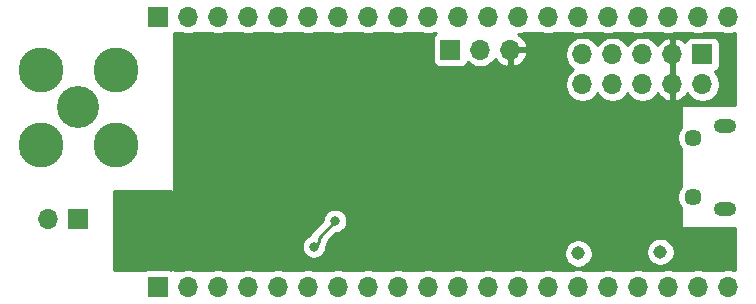
<source format=gbl>
G04 #@! TF.GenerationSoftware,KiCad,Pcbnew,(5.1.5-0)*
G04 #@! TF.CreationDate,2020-02-13T07:59:00-05:00*
G04 #@! TF.ProjectId,bfunc,6266756e-632e-46b6-9963-61645f706362,rev?*
G04 #@! TF.SameCoordinates,Original*
G04 #@! TF.FileFunction,Copper,L2,Bot*
G04 #@! TF.FilePolarity,Positive*
%FSLAX46Y46*%
G04 Gerber Fmt 4.6, Leading zero omitted, Abs format (unit mm)*
G04 Created by KiCad (PCBNEW (5.1.5-0)) date 2020-02-13 07:59:00*
%MOMM*%
%LPD*%
G04 APERTURE LIST*
%ADD10C,3.810000*%
%ADD11C,3.556000*%
%ADD12R,1.700000X1.700000*%
%ADD13O,1.700000X1.700000*%
%ADD14C,1.450000*%
%ADD15O,1.900000X1.200000*%
%ADD16C,1.143000*%
%ADD17C,0.800000*%
%ADD18C,0.250000*%
%ADD19C,0.254000*%
G04 APERTURE END LIST*
D10*
X147548600Y-65455800D03*
D11*
X150723600Y-68630800D03*
D10*
X153898600Y-65455800D03*
X147548600Y-71805800D03*
X153898600Y-71805800D03*
D12*
X182245000Y-63754000D03*
D13*
X184785000Y-63754000D03*
X187325000Y-63754000D03*
D14*
X202811400Y-76221640D03*
X202811400Y-71221640D03*
D15*
X205511400Y-77221640D03*
X205511400Y-70221640D03*
D12*
X157480000Y-83820000D03*
D13*
X160020000Y-83820000D03*
X162560000Y-83820000D03*
X165100000Y-83820000D03*
X167640000Y-83820000D03*
X170180000Y-83820000D03*
X172720000Y-83820000D03*
X175260000Y-83820000D03*
X177800000Y-83820000D03*
X180340000Y-83820000D03*
X182880000Y-83820000D03*
X185420000Y-83820000D03*
X187960000Y-83820000D03*
X190500000Y-83820000D03*
X193040000Y-83820000D03*
X195580000Y-83820000D03*
X198120000Y-83820000D03*
X200660000Y-83820000D03*
X203200000Y-83820000D03*
X205740000Y-83820000D03*
X205740000Y-60960000D03*
X203200000Y-60960000D03*
X200660000Y-60960000D03*
X198120000Y-60960000D03*
X195580000Y-60960000D03*
X193040000Y-60960000D03*
X190500000Y-60960000D03*
X187960000Y-60960000D03*
X185420000Y-60960000D03*
X182880000Y-60960000D03*
X180340000Y-60960000D03*
X177800000Y-60960000D03*
X175260000Y-60960000D03*
X172720000Y-60960000D03*
X170180000Y-60960000D03*
X167640000Y-60960000D03*
X165100000Y-60960000D03*
X162560000Y-60960000D03*
X160020000Y-60960000D03*
D12*
X157480000Y-60960000D03*
D16*
X200025000Y-80860900D03*
X193080640Y-81003140D03*
D12*
X150749000Y-78117700D03*
D13*
X148209000Y-78117700D03*
D12*
X203593700Y-64147700D03*
D13*
X203593700Y-66687700D03*
X201053700Y-64147700D03*
X201053700Y-66687700D03*
X198513700Y-64147700D03*
X198513700Y-66687700D03*
X195973700Y-64147700D03*
X195973700Y-66687700D03*
X193433700Y-64147700D03*
X193433700Y-66687700D03*
D17*
X199364600Y-72420480D03*
X184236360Y-67426840D03*
X183078120Y-75463400D03*
X162600640Y-75905360D03*
X198247000Y-72501760D03*
X179049680Y-69113400D03*
X177154840Y-69113400D03*
X173923960Y-71008240D03*
X175432720Y-63263780D03*
X158150133Y-80091707D03*
X161340800Y-77703680D03*
X198805800Y-75496420D03*
X186390280Y-80558640D03*
X165709600Y-63601600D03*
X165528485Y-65842416D03*
X165519100Y-68465700D03*
X194398900Y-75399900D03*
X188048900Y-73774300D03*
X170688000Y-80429100D03*
X172504100Y-78244700D03*
D18*
X171087999Y-80029101D02*
X171087999Y-79660801D01*
X170688000Y-80429100D02*
X171087999Y-80029101D01*
X171087999Y-79660801D02*
X172504100Y-78244700D01*
D19*
G36*
X159586842Y-62387932D02*
G01*
X159873740Y-62445000D01*
X160166260Y-62445000D01*
X160453158Y-62387932D01*
X160527835Y-62357000D01*
X162052165Y-62357000D01*
X162126842Y-62387932D01*
X162413740Y-62445000D01*
X162706260Y-62445000D01*
X162993158Y-62387932D01*
X163067835Y-62357000D01*
X164592165Y-62357000D01*
X164666842Y-62387932D01*
X164953740Y-62445000D01*
X165246260Y-62445000D01*
X165533158Y-62387932D01*
X165607835Y-62357000D01*
X167132165Y-62357000D01*
X167206842Y-62387932D01*
X167493740Y-62445000D01*
X167786260Y-62445000D01*
X168073158Y-62387932D01*
X168147835Y-62357000D01*
X169672165Y-62357000D01*
X169746842Y-62387932D01*
X170033740Y-62445000D01*
X170326260Y-62445000D01*
X170613158Y-62387932D01*
X170687835Y-62357000D01*
X172212165Y-62357000D01*
X172286842Y-62387932D01*
X172573740Y-62445000D01*
X172866260Y-62445000D01*
X173153158Y-62387932D01*
X173227835Y-62357000D01*
X174752165Y-62357000D01*
X174826842Y-62387932D01*
X175113740Y-62445000D01*
X175406260Y-62445000D01*
X175693158Y-62387932D01*
X175767835Y-62357000D01*
X177292165Y-62357000D01*
X177366842Y-62387932D01*
X177653740Y-62445000D01*
X177946260Y-62445000D01*
X178233158Y-62387932D01*
X178307835Y-62357000D01*
X179832165Y-62357000D01*
X179906842Y-62387932D01*
X180193740Y-62445000D01*
X180486260Y-62445000D01*
X180773158Y-62387932D01*
X180847835Y-62357000D01*
X181071306Y-62357000D01*
X181040506Y-62373463D01*
X180943815Y-62452815D01*
X180864463Y-62549506D01*
X180805498Y-62659820D01*
X180769188Y-62779518D01*
X180756928Y-62904000D01*
X180756928Y-64604000D01*
X180769188Y-64728482D01*
X180805498Y-64848180D01*
X180864463Y-64958494D01*
X180943815Y-65055185D01*
X181040506Y-65134537D01*
X181150820Y-65193502D01*
X181270518Y-65229812D01*
X181395000Y-65242072D01*
X183095000Y-65242072D01*
X183219482Y-65229812D01*
X183339180Y-65193502D01*
X183449494Y-65134537D01*
X183546185Y-65055185D01*
X183625537Y-64958494D01*
X183684502Y-64848180D01*
X183706513Y-64775620D01*
X183838368Y-64907475D01*
X184081589Y-65069990D01*
X184351842Y-65181932D01*
X184638740Y-65239000D01*
X184931260Y-65239000D01*
X185218158Y-65181932D01*
X185488411Y-65069990D01*
X185731632Y-64907475D01*
X185938475Y-64700632D01*
X186060195Y-64518466D01*
X186129822Y-64635355D01*
X186324731Y-64851588D01*
X186558080Y-65025641D01*
X186820901Y-65150825D01*
X186968110Y-65195476D01*
X187198000Y-65074155D01*
X187198000Y-63881000D01*
X187452000Y-63881000D01*
X187452000Y-65074155D01*
X187681890Y-65195476D01*
X187829099Y-65150825D01*
X188091920Y-65025641D01*
X188325269Y-64851588D01*
X188520178Y-64635355D01*
X188669157Y-64385252D01*
X188766481Y-64110891D01*
X188709032Y-64001440D01*
X191948700Y-64001440D01*
X191948700Y-64293960D01*
X192005768Y-64580858D01*
X192117710Y-64851111D01*
X192280225Y-65094332D01*
X192487068Y-65301175D01*
X192661460Y-65417700D01*
X192487068Y-65534225D01*
X192280225Y-65741068D01*
X192117710Y-65984289D01*
X192005768Y-66254542D01*
X191948700Y-66541440D01*
X191948700Y-66833960D01*
X192005768Y-67120858D01*
X192117710Y-67391111D01*
X192280225Y-67634332D01*
X192487068Y-67841175D01*
X192730289Y-68003690D01*
X193000542Y-68115632D01*
X193287440Y-68172700D01*
X193579960Y-68172700D01*
X193866858Y-68115632D01*
X194137111Y-68003690D01*
X194380332Y-67841175D01*
X194587175Y-67634332D01*
X194703700Y-67459940D01*
X194820225Y-67634332D01*
X195027068Y-67841175D01*
X195270289Y-68003690D01*
X195540542Y-68115632D01*
X195827440Y-68172700D01*
X196119960Y-68172700D01*
X196406858Y-68115632D01*
X196677111Y-68003690D01*
X196920332Y-67841175D01*
X197127175Y-67634332D01*
X197243700Y-67459940D01*
X197360225Y-67634332D01*
X197567068Y-67841175D01*
X197810289Y-68003690D01*
X198080542Y-68115632D01*
X198367440Y-68172700D01*
X198659960Y-68172700D01*
X198946858Y-68115632D01*
X199217111Y-68003690D01*
X199460332Y-67841175D01*
X199667175Y-67634332D01*
X199788895Y-67452166D01*
X199858522Y-67569055D01*
X200053431Y-67785288D01*
X200286780Y-67959341D01*
X200549601Y-68084525D01*
X200696810Y-68129176D01*
X200926700Y-68007855D01*
X200926700Y-66814700D01*
X200906700Y-66814700D01*
X200906700Y-66560700D01*
X200926700Y-66560700D01*
X200926700Y-64274700D01*
X200906700Y-64274700D01*
X200906700Y-64020700D01*
X200926700Y-64020700D01*
X200926700Y-62827545D01*
X201180700Y-62827545D01*
X201180700Y-64020700D01*
X201200700Y-64020700D01*
X201200700Y-64274700D01*
X201180700Y-64274700D01*
X201180700Y-66560700D01*
X201200700Y-66560700D01*
X201200700Y-66814700D01*
X201180700Y-66814700D01*
X201180700Y-68007855D01*
X201410590Y-68129176D01*
X201557799Y-68084525D01*
X201820620Y-67959341D01*
X202053969Y-67785288D01*
X202248878Y-67569055D01*
X202318505Y-67452166D01*
X202440225Y-67634332D01*
X202647068Y-67841175D01*
X202890289Y-68003690D01*
X203160542Y-68115632D01*
X203447440Y-68172700D01*
X203739960Y-68172700D01*
X204026858Y-68115632D01*
X204297111Y-68003690D01*
X204540332Y-67841175D01*
X204747175Y-67634332D01*
X204909690Y-67391111D01*
X205021632Y-67120858D01*
X205078700Y-66833960D01*
X205078700Y-66541440D01*
X205021632Y-66254542D01*
X204909690Y-65984289D01*
X204747175Y-65741068D01*
X204615320Y-65609213D01*
X204687880Y-65587202D01*
X204798194Y-65528237D01*
X204894885Y-65448885D01*
X204974237Y-65352194D01*
X205033202Y-65241880D01*
X205069512Y-65122182D01*
X205081772Y-64997700D01*
X205081772Y-63297700D01*
X205069512Y-63173218D01*
X205033202Y-63053520D01*
X204974237Y-62943206D01*
X204894885Y-62846515D01*
X204798194Y-62767163D01*
X204687880Y-62708198D01*
X204568182Y-62671888D01*
X204443700Y-62659628D01*
X202743700Y-62659628D01*
X202619218Y-62671888D01*
X202499520Y-62708198D01*
X202389206Y-62767163D01*
X202292515Y-62846515D01*
X202213163Y-62943206D01*
X202154198Y-63053520D01*
X202129734Y-63134166D01*
X202053969Y-63050112D01*
X201820620Y-62876059D01*
X201557799Y-62750875D01*
X201410590Y-62706224D01*
X201180700Y-62827545D01*
X200926700Y-62827545D01*
X200696810Y-62706224D01*
X200549601Y-62750875D01*
X200286780Y-62876059D01*
X200053431Y-63050112D01*
X199858522Y-63266345D01*
X199788895Y-63383234D01*
X199667175Y-63201068D01*
X199460332Y-62994225D01*
X199217111Y-62831710D01*
X198946858Y-62719768D01*
X198659960Y-62662700D01*
X198367440Y-62662700D01*
X198080542Y-62719768D01*
X197810289Y-62831710D01*
X197567068Y-62994225D01*
X197360225Y-63201068D01*
X197243700Y-63375460D01*
X197127175Y-63201068D01*
X196920332Y-62994225D01*
X196677111Y-62831710D01*
X196406858Y-62719768D01*
X196119960Y-62662700D01*
X195827440Y-62662700D01*
X195540542Y-62719768D01*
X195270289Y-62831710D01*
X195027068Y-62994225D01*
X194820225Y-63201068D01*
X194703700Y-63375460D01*
X194587175Y-63201068D01*
X194380332Y-62994225D01*
X194137111Y-62831710D01*
X193866858Y-62719768D01*
X193579960Y-62662700D01*
X193287440Y-62662700D01*
X193000542Y-62719768D01*
X192730289Y-62831710D01*
X192487068Y-62994225D01*
X192280225Y-63201068D01*
X192117710Y-63444289D01*
X192005768Y-63714542D01*
X191948700Y-64001440D01*
X188709032Y-64001440D01*
X188645814Y-63881000D01*
X187452000Y-63881000D01*
X187198000Y-63881000D01*
X187178000Y-63881000D01*
X187178000Y-63627000D01*
X187198000Y-63627000D01*
X187198000Y-63607000D01*
X187452000Y-63607000D01*
X187452000Y-63627000D01*
X188645814Y-63627000D01*
X188766481Y-63397109D01*
X188669157Y-63122748D01*
X188520178Y-62872645D01*
X188325269Y-62656412D01*
X188091920Y-62482359D01*
X188013486Y-62445000D01*
X188106260Y-62445000D01*
X188393158Y-62387932D01*
X188467835Y-62357000D01*
X189992165Y-62357000D01*
X190066842Y-62387932D01*
X190353740Y-62445000D01*
X190646260Y-62445000D01*
X190933158Y-62387932D01*
X191007835Y-62357000D01*
X192532165Y-62357000D01*
X192606842Y-62387932D01*
X192893740Y-62445000D01*
X193186260Y-62445000D01*
X193473158Y-62387932D01*
X193547835Y-62357000D01*
X195072165Y-62357000D01*
X195146842Y-62387932D01*
X195433740Y-62445000D01*
X195726260Y-62445000D01*
X196013158Y-62387932D01*
X196087835Y-62357000D01*
X197612165Y-62357000D01*
X197686842Y-62387932D01*
X197973740Y-62445000D01*
X198266260Y-62445000D01*
X198553158Y-62387932D01*
X198627835Y-62357000D01*
X200152165Y-62357000D01*
X200226842Y-62387932D01*
X200513740Y-62445000D01*
X200806260Y-62445000D01*
X201093158Y-62387932D01*
X201167835Y-62357000D01*
X202692165Y-62357000D01*
X202766842Y-62387932D01*
X203053740Y-62445000D01*
X203346260Y-62445000D01*
X203633158Y-62387932D01*
X203707835Y-62357000D01*
X205232165Y-62357000D01*
X205306842Y-62387932D01*
X205593740Y-62445000D01*
X205886260Y-62445000D01*
X206173158Y-62387932D01*
X206247835Y-62357000D01*
X206350000Y-62357000D01*
X206350000Y-68453000D01*
X201930000Y-68453000D01*
X201905224Y-68455440D01*
X201881399Y-68462667D01*
X201859443Y-68474403D01*
X201840197Y-68490197D01*
X201824403Y-68509443D01*
X201812667Y-68531399D01*
X201805440Y-68555224D01*
X201803000Y-68580000D01*
X201803000Y-70306710D01*
X201755019Y-70354691D01*
X201606184Y-70577439D01*
X201503664Y-70824943D01*
X201451400Y-71087692D01*
X201451400Y-71355588D01*
X201503664Y-71618337D01*
X201606184Y-71865841D01*
X201755019Y-72088589D01*
X201803000Y-72136570D01*
X201803000Y-75306710D01*
X201755019Y-75354691D01*
X201606184Y-75577439D01*
X201503664Y-75824943D01*
X201451400Y-76087692D01*
X201451400Y-76355588D01*
X201503664Y-76618337D01*
X201606184Y-76865841D01*
X201755019Y-77088589D01*
X201803000Y-77136570D01*
X201803000Y-78740000D01*
X201805440Y-78764776D01*
X201812667Y-78788601D01*
X201824403Y-78810557D01*
X201840197Y-78829803D01*
X201859443Y-78845597D01*
X201881399Y-78857333D01*
X201905224Y-78864560D01*
X201930000Y-78867000D01*
X206350001Y-78867000D01*
X206350001Y-82423000D01*
X206247835Y-82423000D01*
X206173158Y-82392068D01*
X205886260Y-82335000D01*
X205593740Y-82335000D01*
X205306842Y-82392068D01*
X205232165Y-82423000D01*
X203707835Y-82423000D01*
X203633158Y-82392068D01*
X203346260Y-82335000D01*
X203053740Y-82335000D01*
X202766842Y-82392068D01*
X202692165Y-82423000D01*
X201167835Y-82423000D01*
X201093158Y-82392068D01*
X200806260Y-82335000D01*
X200513740Y-82335000D01*
X200226842Y-82392068D01*
X200152165Y-82423000D01*
X198627835Y-82423000D01*
X198553158Y-82392068D01*
X198266260Y-82335000D01*
X197973740Y-82335000D01*
X197686842Y-82392068D01*
X197612165Y-82423000D01*
X196087835Y-82423000D01*
X196013158Y-82392068D01*
X195726260Y-82335000D01*
X195433740Y-82335000D01*
X195146842Y-82392068D01*
X195072165Y-82423000D01*
X193547835Y-82423000D01*
X193473158Y-82392068D01*
X193186260Y-82335000D01*
X192893740Y-82335000D01*
X192606842Y-82392068D01*
X192532165Y-82423000D01*
X191007835Y-82423000D01*
X190933158Y-82392068D01*
X190646260Y-82335000D01*
X190353740Y-82335000D01*
X190066842Y-82392068D01*
X189992165Y-82423000D01*
X188467835Y-82423000D01*
X188393158Y-82392068D01*
X188106260Y-82335000D01*
X187813740Y-82335000D01*
X187526842Y-82392068D01*
X187452165Y-82423000D01*
X185927835Y-82423000D01*
X185853158Y-82392068D01*
X185566260Y-82335000D01*
X185273740Y-82335000D01*
X184986842Y-82392068D01*
X184912165Y-82423000D01*
X183387835Y-82423000D01*
X183313158Y-82392068D01*
X183026260Y-82335000D01*
X182733740Y-82335000D01*
X182446842Y-82392068D01*
X182372165Y-82423000D01*
X180847835Y-82423000D01*
X180773158Y-82392068D01*
X180486260Y-82335000D01*
X180193740Y-82335000D01*
X179906842Y-82392068D01*
X179832165Y-82423000D01*
X178307835Y-82423000D01*
X178233158Y-82392068D01*
X177946260Y-82335000D01*
X177653740Y-82335000D01*
X177366842Y-82392068D01*
X177292165Y-82423000D01*
X175767835Y-82423000D01*
X175693158Y-82392068D01*
X175406260Y-82335000D01*
X175113740Y-82335000D01*
X174826842Y-82392068D01*
X174752165Y-82423000D01*
X173227835Y-82423000D01*
X173153158Y-82392068D01*
X172866260Y-82335000D01*
X172573740Y-82335000D01*
X172286842Y-82392068D01*
X172212165Y-82423000D01*
X170687835Y-82423000D01*
X170613158Y-82392068D01*
X170326260Y-82335000D01*
X170033740Y-82335000D01*
X169746842Y-82392068D01*
X169672165Y-82423000D01*
X168147835Y-82423000D01*
X168073158Y-82392068D01*
X167786260Y-82335000D01*
X167493740Y-82335000D01*
X167206842Y-82392068D01*
X167132165Y-82423000D01*
X165607835Y-82423000D01*
X165533158Y-82392068D01*
X165246260Y-82335000D01*
X164953740Y-82335000D01*
X164666842Y-82392068D01*
X164592165Y-82423000D01*
X163067835Y-82423000D01*
X162993158Y-82392068D01*
X162706260Y-82335000D01*
X162413740Y-82335000D01*
X162126842Y-82392068D01*
X162052165Y-82423000D01*
X160527835Y-82423000D01*
X160453158Y-82392068D01*
X160166260Y-82335000D01*
X159873740Y-82335000D01*
X159586842Y-82392068D01*
X159512165Y-82423000D01*
X158877000Y-82423000D01*
X158877000Y-80327161D01*
X169653000Y-80327161D01*
X169653000Y-80531039D01*
X169692774Y-80730998D01*
X169770795Y-80919356D01*
X169884063Y-81088874D01*
X170028226Y-81233037D01*
X170197744Y-81346305D01*
X170386102Y-81424326D01*
X170586061Y-81464100D01*
X170789939Y-81464100D01*
X170989898Y-81424326D01*
X171178256Y-81346305D01*
X171347774Y-81233037D01*
X171491937Y-81088874D01*
X171605205Y-80919356D01*
X171619721Y-80884310D01*
X191874140Y-80884310D01*
X191874140Y-81121970D01*
X191920505Y-81355063D01*
X192011453Y-81574632D01*
X192143490Y-81772239D01*
X192311541Y-81940290D01*
X192509148Y-82072327D01*
X192728717Y-82163275D01*
X192961810Y-82209640D01*
X193199470Y-82209640D01*
X193432563Y-82163275D01*
X193652132Y-82072327D01*
X193849739Y-81940290D01*
X194017790Y-81772239D01*
X194149827Y-81574632D01*
X194240775Y-81355063D01*
X194287140Y-81121970D01*
X194287140Y-80884310D01*
X194258847Y-80742070D01*
X198818500Y-80742070D01*
X198818500Y-80979730D01*
X198864865Y-81212823D01*
X198955813Y-81432392D01*
X199087850Y-81629999D01*
X199255901Y-81798050D01*
X199453508Y-81930087D01*
X199673077Y-82021035D01*
X199906170Y-82067400D01*
X200143830Y-82067400D01*
X200376923Y-82021035D01*
X200596492Y-81930087D01*
X200794099Y-81798050D01*
X200962150Y-81629999D01*
X201094187Y-81432392D01*
X201185135Y-81212823D01*
X201231500Y-80979730D01*
X201231500Y-80742070D01*
X201185135Y-80508977D01*
X201094187Y-80289408D01*
X200962150Y-80091801D01*
X200794099Y-79923750D01*
X200596492Y-79791713D01*
X200376923Y-79700765D01*
X200143830Y-79654400D01*
X199906170Y-79654400D01*
X199673077Y-79700765D01*
X199453508Y-79791713D01*
X199255901Y-79923750D01*
X199087850Y-80091801D01*
X198955813Y-80289408D01*
X198864865Y-80508977D01*
X198818500Y-80742070D01*
X194258847Y-80742070D01*
X194240775Y-80651217D01*
X194149827Y-80431648D01*
X194017790Y-80234041D01*
X193849739Y-80065990D01*
X193652132Y-79933953D01*
X193432563Y-79843005D01*
X193199470Y-79796640D01*
X192961810Y-79796640D01*
X192728717Y-79843005D01*
X192509148Y-79933953D01*
X192311541Y-80065990D01*
X192143490Y-80234041D01*
X192011453Y-80431648D01*
X191920505Y-80651217D01*
X191874140Y-80884310D01*
X171619721Y-80884310D01*
X171683226Y-80730998D01*
X171723000Y-80531039D01*
X171723000Y-80453326D01*
X171793545Y-80321348D01*
X171837002Y-80178087D01*
X171847999Y-80066434D01*
X171847999Y-80066424D01*
X171851675Y-80029102D01*
X171847999Y-79991779D01*
X171847999Y-79975602D01*
X172543902Y-79279700D01*
X172606039Y-79279700D01*
X172805998Y-79239926D01*
X172994356Y-79161905D01*
X173163874Y-79048637D01*
X173308037Y-78904474D01*
X173421305Y-78734956D01*
X173499326Y-78546598D01*
X173539100Y-78346639D01*
X173539100Y-78142761D01*
X173499326Y-77942802D01*
X173421305Y-77754444D01*
X173308037Y-77584926D01*
X173163874Y-77440763D01*
X172994356Y-77327495D01*
X172805998Y-77249474D01*
X172606039Y-77209700D01*
X172402161Y-77209700D01*
X172202202Y-77249474D01*
X172013844Y-77327495D01*
X171844326Y-77440763D01*
X171700163Y-77584926D01*
X171586895Y-77754444D01*
X171508874Y-77942802D01*
X171469100Y-78142761D01*
X171469100Y-78204898D01*
X170577000Y-79096999D01*
X170547998Y-79120800D01*
X170453025Y-79236525D01*
X170382453Y-79368554D01*
X170359267Y-79444990D01*
X170197744Y-79511895D01*
X170028226Y-79625163D01*
X169884063Y-79769326D01*
X169770795Y-79938844D01*
X169692774Y-80127202D01*
X169653000Y-80327161D01*
X158877000Y-80327161D01*
X158877000Y-62357000D01*
X159512165Y-62357000D01*
X159586842Y-62387932D01*
G37*
X159586842Y-62387932D02*
X159873740Y-62445000D01*
X160166260Y-62445000D01*
X160453158Y-62387932D01*
X160527835Y-62357000D01*
X162052165Y-62357000D01*
X162126842Y-62387932D01*
X162413740Y-62445000D01*
X162706260Y-62445000D01*
X162993158Y-62387932D01*
X163067835Y-62357000D01*
X164592165Y-62357000D01*
X164666842Y-62387932D01*
X164953740Y-62445000D01*
X165246260Y-62445000D01*
X165533158Y-62387932D01*
X165607835Y-62357000D01*
X167132165Y-62357000D01*
X167206842Y-62387932D01*
X167493740Y-62445000D01*
X167786260Y-62445000D01*
X168073158Y-62387932D01*
X168147835Y-62357000D01*
X169672165Y-62357000D01*
X169746842Y-62387932D01*
X170033740Y-62445000D01*
X170326260Y-62445000D01*
X170613158Y-62387932D01*
X170687835Y-62357000D01*
X172212165Y-62357000D01*
X172286842Y-62387932D01*
X172573740Y-62445000D01*
X172866260Y-62445000D01*
X173153158Y-62387932D01*
X173227835Y-62357000D01*
X174752165Y-62357000D01*
X174826842Y-62387932D01*
X175113740Y-62445000D01*
X175406260Y-62445000D01*
X175693158Y-62387932D01*
X175767835Y-62357000D01*
X177292165Y-62357000D01*
X177366842Y-62387932D01*
X177653740Y-62445000D01*
X177946260Y-62445000D01*
X178233158Y-62387932D01*
X178307835Y-62357000D01*
X179832165Y-62357000D01*
X179906842Y-62387932D01*
X180193740Y-62445000D01*
X180486260Y-62445000D01*
X180773158Y-62387932D01*
X180847835Y-62357000D01*
X181071306Y-62357000D01*
X181040506Y-62373463D01*
X180943815Y-62452815D01*
X180864463Y-62549506D01*
X180805498Y-62659820D01*
X180769188Y-62779518D01*
X180756928Y-62904000D01*
X180756928Y-64604000D01*
X180769188Y-64728482D01*
X180805498Y-64848180D01*
X180864463Y-64958494D01*
X180943815Y-65055185D01*
X181040506Y-65134537D01*
X181150820Y-65193502D01*
X181270518Y-65229812D01*
X181395000Y-65242072D01*
X183095000Y-65242072D01*
X183219482Y-65229812D01*
X183339180Y-65193502D01*
X183449494Y-65134537D01*
X183546185Y-65055185D01*
X183625537Y-64958494D01*
X183684502Y-64848180D01*
X183706513Y-64775620D01*
X183838368Y-64907475D01*
X184081589Y-65069990D01*
X184351842Y-65181932D01*
X184638740Y-65239000D01*
X184931260Y-65239000D01*
X185218158Y-65181932D01*
X185488411Y-65069990D01*
X185731632Y-64907475D01*
X185938475Y-64700632D01*
X186060195Y-64518466D01*
X186129822Y-64635355D01*
X186324731Y-64851588D01*
X186558080Y-65025641D01*
X186820901Y-65150825D01*
X186968110Y-65195476D01*
X187198000Y-65074155D01*
X187198000Y-63881000D01*
X187452000Y-63881000D01*
X187452000Y-65074155D01*
X187681890Y-65195476D01*
X187829099Y-65150825D01*
X188091920Y-65025641D01*
X188325269Y-64851588D01*
X188520178Y-64635355D01*
X188669157Y-64385252D01*
X188766481Y-64110891D01*
X188709032Y-64001440D01*
X191948700Y-64001440D01*
X191948700Y-64293960D01*
X192005768Y-64580858D01*
X192117710Y-64851111D01*
X192280225Y-65094332D01*
X192487068Y-65301175D01*
X192661460Y-65417700D01*
X192487068Y-65534225D01*
X192280225Y-65741068D01*
X192117710Y-65984289D01*
X192005768Y-66254542D01*
X191948700Y-66541440D01*
X191948700Y-66833960D01*
X192005768Y-67120858D01*
X192117710Y-67391111D01*
X192280225Y-67634332D01*
X192487068Y-67841175D01*
X192730289Y-68003690D01*
X193000542Y-68115632D01*
X193287440Y-68172700D01*
X193579960Y-68172700D01*
X193866858Y-68115632D01*
X194137111Y-68003690D01*
X194380332Y-67841175D01*
X194587175Y-67634332D01*
X194703700Y-67459940D01*
X194820225Y-67634332D01*
X195027068Y-67841175D01*
X195270289Y-68003690D01*
X195540542Y-68115632D01*
X195827440Y-68172700D01*
X196119960Y-68172700D01*
X196406858Y-68115632D01*
X196677111Y-68003690D01*
X196920332Y-67841175D01*
X197127175Y-67634332D01*
X197243700Y-67459940D01*
X197360225Y-67634332D01*
X197567068Y-67841175D01*
X197810289Y-68003690D01*
X198080542Y-68115632D01*
X198367440Y-68172700D01*
X198659960Y-68172700D01*
X198946858Y-68115632D01*
X199217111Y-68003690D01*
X199460332Y-67841175D01*
X199667175Y-67634332D01*
X199788895Y-67452166D01*
X199858522Y-67569055D01*
X200053431Y-67785288D01*
X200286780Y-67959341D01*
X200549601Y-68084525D01*
X200696810Y-68129176D01*
X200926700Y-68007855D01*
X200926700Y-66814700D01*
X200906700Y-66814700D01*
X200906700Y-66560700D01*
X200926700Y-66560700D01*
X200926700Y-64274700D01*
X200906700Y-64274700D01*
X200906700Y-64020700D01*
X200926700Y-64020700D01*
X200926700Y-62827545D01*
X201180700Y-62827545D01*
X201180700Y-64020700D01*
X201200700Y-64020700D01*
X201200700Y-64274700D01*
X201180700Y-64274700D01*
X201180700Y-66560700D01*
X201200700Y-66560700D01*
X201200700Y-66814700D01*
X201180700Y-66814700D01*
X201180700Y-68007855D01*
X201410590Y-68129176D01*
X201557799Y-68084525D01*
X201820620Y-67959341D01*
X202053969Y-67785288D01*
X202248878Y-67569055D01*
X202318505Y-67452166D01*
X202440225Y-67634332D01*
X202647068Y-67841175D01*
X202890289Y-68003690D01*
X203160542Y-68115632D01*
X203447440Y-68172700D01*
X203739960Y-68172700D01*
X204026858Y-68115632D01*
X204297111Y-68003690D01*
X204540332Y-67841175D01*
X204747175Y-67634332D01*
X204909690Y-67391111D01*
X205021632Y-67120858D01*
X205078700Y-66833960D01*
X205078700Y-66541440D01*
X205021632Y-66254542D01*
X204909690Y-65984289D01*
X204747175Y-65741068D01*
X204615320Y-65609213D01*
X204687880Y-65587202D01*
X204798194Y-65528237D01*
X204894885Y-65448885D01*
X204974237Y-65352194D01*
X205033202Y-65241880D01*
X205069512Y-65122182D01*
X205081772Y-64997700D01*
X205081772Y-63297700D01*
X205069512Y-63173218D01*
X205033202Y-63053520D01*
X204974237Y-62943206D01*
X204894885Y-62846515D01*
X204798194Y-62767163D01*
X204687880Y-62708198D01*
X204568182Y-62671888D01*
X204443700Y-62659628D01*
X202743700Y-62659628D01*
X202619218Y-62671888D01*
X202499520Y-62708198D01*
X202389206Y-62767163D01*
X202292515Y-62846515D01*
X202213163Y-62943206D01*
X202154198Y-63053520D01*
X202129734Y-63134166D01*
X202053969Y-63050112D01*
X201820620Y-62876059D01*
X201557799Y-62750875D01*
X201410590Y-62706224D01*
X201180700Y-62827545D01*
X200926700Y-62827545D01*
X200696810Y-62706224D01*
X200549601Y-62750875D01*
X200286780Y-62876059D01*
X200053431Y-63050112D01*
X199858522Y-63266345D01*
X199788895Y-63383234D01*
X199667175Y-63201068D01*
X199460332Y-62994225D01*
X199217111Y-62831710D01*
X198946858Y-62719768D01*
X198659960Y-62662700D01*
X198367440Y-62662700D01*
X198080542Y-62719768D01*
X197810289Y-62831710D01*
X197567068Y-62994225D01*
X197360225Y-63201068D01*
X197243700Y-63375460D01*
X197127175Y-63201068D01*
X196920332Y-62994225D01*
X196677111Y-62831710D01*
X196406858Y-62719768D01*
X196119960Y-62662700D01*
X195827440Y-62662700D01*
X195540542Y-62719768D01*
X195270289Y-62831710D01*
X195027068Y-62994225D01*
X194820225Y-63201068D01*
X194703700Y-63375460D01*
X194587175Y-63201068D01*
X194380332Y-62994225D01*
X194137111Y-62831710D01*
X193866858Y-62719768D01*
X193579960Y-62662700D01*
X193287440Y-62662700D01*
X193000542Y-62719768D01*
X192730289Y-62831710D01*
X192487068Y-62994225D01*
X192280225Y-63201068D01*
X192117710Y-63444289D01*
X192005768Y-63714542D01*
X191948700Y-64001440D01*
X188709032Y-64001440D01*
X188645814Y-63881000D01*
X187452000Y-63881000D01*
X187198000Y-63881000D01*
X187178000Y-63881000D01*
X187178000Y-63627000D01*
X187198000Y-63627000D01*
X187198000Y-63607000D01*
X187452000Y-63607000D01*
X187452000Y-63627000D01*
X188645814Y-63627000D01*
X188766481Y-63397109D01*
X188669157Y-63122748D01*
X188520178Y-62872645D01*
X188325269Y-62656412D01*
X188091920Y-62482359D01*
X188013486Y-62445000D01*
X188106260Y-62445000D01*
X188393158Y-62387932D01*
X188467835Y-62357000D01*
X189992165Y-62357000D01*
X190066842Y-62387932D01*
X190353740Y-62445000D01*
X190646260Y-62445000D01*
X190933158Y-62387932D01*
X191007835Y-62357000D01*
X192532165Y-62357000D01*
X192606842Y-62387932D01*
X192893740Y-62445000D01*
X193186260Y-62445000D01*
X193473158Y-62387932D01*
X193547835Y-62357000D01*
X195072165Y-62357000D01*
X195146842Y-62387932D01*
X195433740Y-62445000D01*
X195726260Y-62445000D01*
X196013158Y-62387932D01*
X196087835Y-62357000D01*
X197612165Y-62357000D01*
X197686842Y-62387932D01*
X197973740Y-62445000D01*
X198266260Y-62445000D01*
X198553158Y-62387932D01*
X198627835Y-62357000D01*
X200152165Y-62357000D01*
X200226842Y-62387932D01*
X200513740Y-62445000D01*
X200806260Y-62445000D01*
X201093158Y-62387932D01*
X201167835Y-62357000D01*
X202692165Y-62357000D01*
X202766842Y-62387932D01*
X203053740Y-62445000D01*
X203346260Y-62445000D01*
X203633158Y-62387932D01*
X203707835Y-62357000D01*
X205232165Y-62357000D01*
X205306842Y-62387932D01*
X205593740Y-62445000D01*
X205886260Y-62445000D01*
X206173158Y-62387932D01*
X206247835Y-62357000D01*
X206350000Y-62357000D01*
X206350000Y-68453000D01*
X201930000Y-68453000D01*
X201905224Y-68455440D01*
X201881399Y-68462667D01*
X201859443Y-68474403D01*
X201840197Y-68490197D01*
X201824403Y-68509443D01*
X201812667Y-68531399D01*
X201805440Y-68555224D01*
X201803000Y-68580000D01*
X201803000Y-70306710D01*
X201755019Y-70354691D01*
X201606184Y-70577439D01*
X201503664Y-70824943D01*
X201451400Y-71087692D01*
X201451400Y-71355588D01*
X201503664Y-71618337D01*
X201606184Y-71865841D01*
X201755019Y-72088589D01*
X201803000Y-72136570D01*
X201803000Y-75306710D01*
X201755019Y-75354691D01*
X201606184Y-75577439D01*
X201503664Y-75824943D01*
X201451400Y-76087692D01*
X201451400Y-76355588D01*
X201503664Y-76618337D01*
X201606184Y-76865841D01*
X201755019Y-77088589D01*
X201803000Y-77136570D01*
X201803000Y-78740000D01*
X201805440Y-78764776D01*
X201812667Y-78788601D01*
X201824403Y-78810557D01*
X201840197Y-78829803D01*
X201859443Y-78845597D01*
X201881399Y-78857333D01*
X201905224Y-78864560D01*
X201930000Y-78867000D01*
X206350001Y-78867000D01*
X206350001Y-82423000D01*
X206247835Y-82423000D01*
X206173158Y-82392068D01*
X205886260Y-82335000D01*
X205593740Y-82335000D01*
X205306842Y-82392068D01*
X205232165Y-82423000D01*
X203707835Y-82423000D01*
X203633158Y-82392068D01*
X203346260Y-82335000D01*
X203053740Y-82335000D01*
X202766842Y-82392068D01*
X202692165Y-82423000D01*
X201167835Y-82423000D01*
X201093158Y-82392068D01*
X200806260Y-82335000D01*
X200513740Y-82335000D01*
X200226842Y-82392068D01*
X200152165Y-82423000D01*
X198627835Y-82423000D01*
X198553158Y-82392068D01*
X198266260Y-82335000D01*
X197973740Y-82335000D01*
X197686842Y-82392068D01*
X197612165Y-82423000D01*
X196087835Y-82423000D01*
X196013158Y-82392068D01*
X195726260Y-82335000D01*
X195433740Y-82335000D01*
X195146842Y-82392068D01*
X195072165Y-82423000D01*
X193547835Y-82423000D01*
X193473158Y-82392068D01*
X193186260Y-82335000D01*
X192893740Y-82335000D01*
X192606842Y-82392068D01*
X192532165Y-82423000D01*
X191007835Y-82423000D01*
X190933158Y-82392068D01*
X190646260Y-82335000D01*
X190353740Y-82335000D01*
X190066842Y-82392068D01*
X189992165Y-82423000D01*
X188467835Y-82423000D01*
X188393158Y-82392068D01*
X188106260Y-82335000D01*
X187813740Y-82335000D01*
X187526842Y-82392068D01*
X187452165Y-82423000D01*
X185927835Y-82423000D01*
X185853158Y-82392068D01*
X185566260Y-82335000D01*
X185273740Y-82335000D01*
X184986842Y-82392068D01*
X184912165Y-82423000D01*
X183387835Y-82423000D01*
X183313158Y-82392068D01*
X183026260Y-82335000D01*
X182733740Y-82335000D01*
X182446842Y-82392068D01*
X182372165Y-82423000D01*
X180847835Y-82423000D01*
X180773158Y-82392068D01*
X180486260Y-82335000D01*
X180193740Y-82335000D01*
X179906842Y-82392068D01*
X179832165Y-82423000D01*
X178307835Y-82423000D01*
X178233158Y-82392068D01*
X177946260Y-82335000D01*
X177653740Y-82335000D01*
X177366842Y-82392068D01*
X177292165Y-82423000D01*
X175767835Y-82423000D01*
X175693158Y-82392068D01*
X175406260Y-82335000D01*
X175113740Y-82335000D01*
X174826842Y-82392068D01*
X174752165Y-82423000D01*
X173227835Y-82423000D01*
X173153158Y-82392068D01*
X172866260Y-82335000D01*
X172573740Y-82335000D01*
X172286842Y-82392068D01*
X172212165Y-82423000D01*
X170687835Y-82423000D01*
X170613158Y-82392068D01*
X170326260Y-82335000D01*
X170033740Y-82335000D01*
X169746842Y-82392068D01*
X169672165Y-82423000D01*
X168147835Y-82423000D01*
X168073158Y-82392068D01*
X167786260Y-82335000D01*
X167493740Y-82335000D01*
X167206842Y-82392068D01*
X167132165Y-82423000D01*
X165607835Y-82423000D01*
X165533158Y-82392068D01*
X165246260Y-82335000D01*
X164953740Y-82335000D01*
X164666842Y-82392068D01*
X164592165Y-82423000D01*
X163067835Y-82423000D01*
X162993158Y-82392068D01*
X162706260Y-82335000D01*
X162413740Y-82335000D01*
X162126842Y-82392068D01*
X162052165Y-82423000D01*
X160527835Y-82423000D01*
X160453158Y-82392068D01*
X160166260Y-82335000D01*
X159873740Y-82335000D01*
X159586842Y-82392068D01*
X159512165Y-82423000D01*
X158877000Y-82423000D01*
X158877000Y-80327161D01*
X169653000Y-80327161D01*
X169653000Y-80531039D01*
X169692774Y-80730998D01*
X169770795Y-80919356D01*
X169884063Y-81088874D01*
X170028226Y-81233037D01*
X170197744Y-81346305D01*
X170386102Y-81424326D01*
X170586061Y-81464100D01*
X170789939Y-81464100D01*
X170989898Y-81424326D01*
X171178256Y-81346305D01*
X171347774Y-81233037D01*
X171491937Y-81088874D01*
X171605205Y-80919356D01*
X171619721Y-80884310D01*
X191874140Y-80884310D01*
X191874140Y-81121970D01*
X191920505Y-81355063D01*
X192011453Y-81574632D01*
X192143490Y-81772239D01*
X192311541Y-81940290D01*
X192509148Y-82072327D01*
X192728717Y-82163275D01*
X192961810Y-82209640D01*
X193199470Y-82209640D01*
X193432563Y-82163275D01*
X193652132Y-82072327D01*
X193849739Y-81940290D01*
X194017790Y-81772239D01*
X194149827Y-81574632D01*
X194240775Y-81355063D01*
X194287140Y-81121970D01*
X194287140Y-80884310D01*
X194258847Y-80742070D01*
X198818500Y-80742070D01*
X198818500Y-80979730D01*
X198864865Y-81212823D01*
X198955813Y-81432392D01*
X199087850Y-81629999D01*
X199255901Y-81798050D01*
X199453508Y-81930087D01*
X199673077Y-82021035D01*
X199906170Y-82067400D01*
X200143830Y-82067400D01*
X200376923Y-82021035D01*
X200596492Y-81930087D01*
X200794099Y-81798050D01*
X200962150Y-81629999D01*
X201094187Y-81432392D01*
X201185135Y-81212823D01*
X201231500Y-80979730D01*
X201231500Y-80742070D01*
X201185135Y-80508977D01*
X201094187Y-80289408D01*
X200962150Y-80091801D01*
X200794099Y-79923750D01*
X200596492Y-79791713D01*
X200376923Y-79700765D01*
X200143830Y-79654400D01*
X199906170Y-79654400D01*
X199673077Y-79700765D01*
X199453508Y-79791713D01*
X199255901Y-79923750D01*
X199087850Y-80091801D01*
X198955813Y-80289408D01*
X198864865Y-80508977D01*
X198818500Y-80742070D01*
X194258847Y-80742070D01*
X194240775Y-80651217D01*
X194149827Y-80431648D01*
X194017790Y-80234041D01*
X193849739Y-80065990D01*
X193652132Y-79933953D01*
X193432563Y-79843005D01*
X193199470Y-79796640D01*
X192961810Y-79796640D01*
X192728717Y-79843005D01*
X192509148Y-79933953D01*
X192311541Y-80065990D01*
X192143490Y-80234041D01*
X192011453Y-80431648D01*
X191920505Y-80651217D01*
X191874140Y-80884310D01*
X171619721Y-80884310D01*
X171683226Y-80730998D01*
X171723000Y-80531039D01*
X171723000Y-80453326D01*
X171793545Y-80321348D01*
X171837002Y-80178087D01*
X171847999Y-80066434D01*
X171847999Y-80066424D01*
X171851675Y-80029102D01*
X171847999Y-79991779D01*
X171847999Y-79975602D01*
X172543902Y-79279700D01*
X172606039Y-79279700D01*
X172805998Y-79239926D01*
X172994356Y-79161905D01*
X173163874Y-79048637D01*
X173308037Y-78904474D01*
X173421305Y-78734956D01*
X173499326Y-78546598D01*
X173539100Y-78346639D01*
X173539100Y-78142761D01*
X173499326Y-77942802D01*
X173421305Y-77754444D01*
X173308037Y-77584926D01*
X173163874Y-77440763D01*
X172994356Y-77327495D01*
X172805998Y-77249474D01*
X172606039Y-77209700D01*
X172402161Y-77209700D01*
X172202202Y-77249474D01*
X172013844Y-77327495D01*
X171844326Y-77440763D01*
X171700163Y-77584926D01*
X171586895Y-77754444D01*
X171508874Y-77942802D01*
X171469100Y-78142761D01*
X171469100Y-78204898D01*
X170577000Y-79096999D01*
X170547998Y-79120800D01*
X170453025Y-79236525D01*
X170382453Y-79368554D01*
X170359267Y-79444990D01*
X170197744Y-79511895D01*
X170028226Y-79625163D01*
X169884063Y-79769326D01*
X169770795Y-79938844D01*
X169692774Y-80127202D01*
X169653000Y-80327161D01*
X158877000Y-80327161D01*
X158877000Y-62357000D01*
X159512165Y-62357000D01*
X159586842Y-62387932D01*
G36*
X158623000Y-82406593D02*
G01*
X158574180Y-82380498D01*
X158454482Y-82344188D01*
X158330000Y-82331928D01*
X156630000Y-82331928D01*
X156505518Y-82344188D01*
X156385820Y-82380498D01*
X156306306Y-82423000D01*
X153797000Y-82423000D01*
X153797000Y-75692000D01*
X158623000Y-75692000D01*
X158623000Y-82406593D01*
G37*
X158623000Y-82406593D02*
X158574180Y-82380498D01*
X158454482Y-82344188D01*
X158330000Y-82331928D01*
X156630000Y-82331928D01*
X156505518Y-82344188D01*
X156385820Y-82380498D01*
X156306306Y-82423000D01*
X153797000Y-82423000D01*
X153797000Y-75692000D01*
X158623000Y-75692000D01*
X158623000Y-82406593D01*
G36*
X193839197Y-68682503D02*
G01*
X193858443Y-68698297D01*
X193880399Y-68710033D01*
X193904224Y-68717260D01*
X193925835Y-68719661D01*
X198386700Y-68830874D01*
X198386700Y-71154126D01*
X193827400Y-71478931D01*
X193827400Y-68670706D01*
X193839197Y-68682503D01*
G37*
X193839197Y-68682503D02*
X193858443Y-68698297D01*
X193880399Y-68710033D01*
X193904224Y-68717260D01*
X193925835Y-68719661D01*
X198386700Y-68830874D01*
X198386700Y-71154126D01*
X193827400Y-71478931D01*
X193827400Y-68670706D01*
X193839197Y-68682503D01*
M02*

</source>
